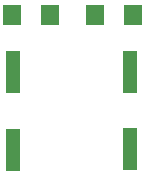
<source format=gbr>
%TF.GenerationSoftware,KiCad,Pcbnew,7.0.5-0*%
%TF.CreationDate,2024-07-28T13:55:19+02:00*%
%TF.ProjectId,rj45-dynamixel-adapter,726a3435-2d64-4796-9e61-6d6978656c2d,rev?*%
%TF.SameCoordinates,Original*%
%TF.FileFunction,Paste,Top*%
%TF.FilePolarity,Positive*%
%FSLAX46Y46*%
G04 Gerber Fmt 4.6, Leading zero omitted, Abs format (unit mm)*
G04 Created by KiCad (PCBNEW 7.0.5-0) date 2024-07-28 13:55:19*
%MOMM*%
%LPD*%
G01*
G04 APERTURE LIST*
%ADD10R,1.485014X1.727991*%
%ADD11R,1.259995X3.610008*%
G04 APERTURE END LIST*
D10*
%TO.C,C1*%
X152907417Y-87376000D03*
X156092583Y-87376000D03*
%TD*%
D11*
%TO.C,C3*%
X155898000Y-98787790D03*
X155898000Y-92198000D03*
%TD*%
D10*
%TO.C,C2*%
X149092583Y-87376000D03*
X145907417Y-87376000D03*
%TD*%
D11*
%TO.C,C4*%
X146000000Y-98794895D03*
X146000000Y-92205105D03*
%TD*%
M02*

</source>
